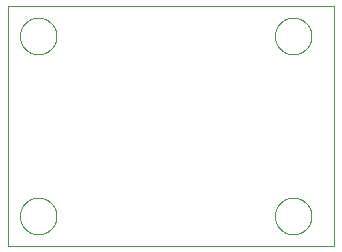
<source format=gbr>
G04 EAGLE Gerber RS-274X export*
G75*
%MOMM*%
%FSLAX34Y34*%
%LPD*%
%IN*%
%IPPOS*%
%AMOC8*
5,1,8,0,0,1.08239X$1,22.5*%
G01*
%ADD10C,0.000000*%


D10*
X0Y0D02*
X276100Y0D01*
X276100Y203100D01*
X0Y203100D01*
X0Y0D01*
X9900Y177800D02*
X9905Y178180D01*
X9919Y178561D01*
X9942Y178940D01*
X9975Y179319D01*
X10017Y179697D01*
X10068Y180074D01*
X10128Y180450D01*
X10198Y180824D01*
X10277Y181196D01*
X10365Y181566D01*
X10461Y181934D01*
X10567Y182299D01*
X10682Y182662D01*
X10806Y183022D01*
X10939Y183378D01*
X11080Y183732D01*
X11230Y184081D01*
X11388Y184427D01*
X11555Y184769D01*
X11730Y185107D01*
X11914Y185440D01*
X12105Y185769D01*
X12305Y186092D01*
X12512Y186411D01*
X12727Y186725D01*
X12950Y187033D01*
X13181Y187336D01*
X13418Y187633D01*
X13663Y187924D01*
X13915Y188209D01*
X14174Y188488D01*
X14440Y188760D01*
X14712Y189026D01*
X14991Y189285D01*
X15276Y189537D01*
X15567Y189782D01*
X15864Y190019D01*
X16167Y190250D01*
X16475Y190473D01*
X16789Y190688D01*
X17108Y190895D01*
X17431Y191095D01*
X17760Y191286D01*
X18093Y191470D01*
X18431Y191645D01*
X18773Y191812D01*
X19119Y191970D01*
X19468Y192120D01*
X19822Y192261D01*
X20178Y192394D01*
X20538Y192518D01*
X20901Y192633D01*
X21266Y192739D01*
X21634Y192835D01*
X22004Y192923D01*
X22376Y193002D01*
X22750Y193072D01*
X23126Y193132D01*
X23503Y193183D01*
X23881Y193225D01*
X24260Y193258D01*
X24639Y193281D01*
X25020Y193295D01*
X25400Y193300D01*
X25780Y193295D01*
X26161Y193281D01*
X26540Y193258D01*
X26919Y193225D01*
X27297Y193183D01*
X27674Y193132D01*
X28050Y193072D01*
X28424Y193002D01*
X28796Y192923D01*
X29166Y192835D01*
X29534Y192739D01*
X29899Y192633D01*
X30262Y192518D01*
X30622Y192394D01*
X30978Y192261D01*
X31332Y192120D01*
X31681Y191970D01*
X32027Y191812D01*
X32369Y191645D01*
X32707Y191470D01*
X33040Y191286D01*
X33369Y191095D01*
X33692Y190895D01*
X34011Y190688D01*
X34325Y190473D01*
X34633Y190250D01*
X34936Y190019D01*
X35233Y189782D01*
X35524Y189537D01*
X35809Y189285D01*
X36088Y189026D01*
X36360Y188760D01*
X36626Y188488D01*
X36885Y188209D01*
X37137Y187924D01*
X37382Y187633D01*
X37619Y187336D01*
X37850Y187033D01*
X38073Y186725D01*
X38288Y186411D01*
X38495Y186092D01*
X38695Y185769D01*
X38886Y185440D01*
X39070Y185107D01*
X39245Y184769D01*
X39412Y184427D01*
X39570Y184081D01*
X39720Y183732D01*
X39861Y183378D01*
X39994Y183022D01*
X40118Y182662D01*
X40233Y182299D01*
X40339Y181934D01*
X40435Y181566D01*
X40523Y181196D01*
X40602Y180824D01*
X40672Y180450D01*
X40732Y180074D01*
X40783Y179697D01*
X40825Y179319D01*
X40858Y178940D01*
X40881Y178561D01*
X40895Y178180D01*
X40900Y177800D01*
X40895Y177420D01*
X40881Y177039D01*
X40858Y176660D01*
X40825Y176281D01*
X40783Y175903D01*
X40732Y175526D01*
X40672Y175150D01*
X40602Y174776D01*
X40523Y174404D01*
X40435Y174034D01*
X40339Y173666D01*
X40233Y173301D01*
X40118Y172938D01*
X39994Y172578D01*
X39861Y172222D01*
X39720Y171868D01*
X39570Y171519D01*
X39412Y171173D01*
X39245Y170831D01*
X39070Y170493D01*
X38886Y170160D01*
X38695Y169831D01*
X38495Y169508D01*
X38288Y169189D01*
X38073Y168875D01*
X37850Y168567D01*
X37619Y168264D01*
X37382Y167967D01*
X37137Y167676D01*
X36885Y167391D01*
X36626Y167112D01*
X36360Y166840D01*
X36088Y166574D01*
X35809Y166315D01*
X35524Y166063D01*
X35233Y165818D01*
X34936Y165581D01*
X34633Y165350D01*
X34325Y165127D01*
X34011Y164912D01*
X33692Y164705D01*
X33369Y164505D01*
X33040Y164314D01*
X32707Y164130D01*
X32369Y163955D01*
X32027Y163788D01*
X31681Y163630D01*
X31332Y163480D01*
X30978Y163339D01*
X30622Y163206D01*
X30262Y163082D01*
X29899Y162967D01*
X29534Y162861D01*
X29166Y162765D01*
X28796Y162677D01*
X28424Y162598D01*
X28050Y162528D01*
X27674Y162468D01*
X27297Y162417D01*
X26919Y162375D01*
X26540Y162342D01*
X26161Y162319D01*
X25780Y162305D01*
X25400Y162300D01*
X25020Y162305D01*
X24639Y162319D01*
X24260Y162342D01*
X23881Y162375D01*
X23503Y162417D01*
X23126Y162468D01*
X22750Y162528D01*
X22376Y162598D01*
X22004Y162677D01*
X21634Y162765D01*
X21266Y162861D01*
X20901Y162967D01*
X20538Y163082D01*
X20178Y163206D01*
X19822Y163339D01*
X19468Y163480D01*
X19119Y163630D01*
X18773Y163788D01*
X18431Y163955D01*
X18093Y164130D01*
X17760Y164314D01*
X17431Y164505D01*
X17108Y164705D01*
X16789Y164912D01*
X16475Y165127D01*
X16167Y165350D01*
X15864Y165581D01*
X15567Y165818D01*
X15276Y166063D01*
X14991Y166315D01*
X14712Y166574D01*
X14440Y166840D01*
X14174Y167112D01*
X13915Y167391D01*
X13663Y167676D01*
X13418Y167967D01*
X13181Y168264D01*
X12950Y168567D01*
X12727Y168875D01*
X12512Y169189D01*
X12305Y169508D01*
X12105Y169831D01*
X11914Y170160D01*
X11730Y170493D01*
X11555Y170831D01*
X11388Y171173D01*
X11230Y171519D01*
X11080Y171868D01*
X10939Y172222D01*
X10806Y172578D01*
X10682Y172938D01*
X10567Y173301D01*
X10461Y173666D01*
X10365Y174034D01*
X10277Y174404D01*
X10198Y174776D01*
X10128Y175150D01*
X10068Y175526D01*
X10017Y175903D01*
X9975Y176281D01*
X9942Y176660D01*
X9919Y177039D01*
X9905Y177420D01*
X9900Y177800D01*
X9900Y25400D02*
X9905Y25780D01*
X9919Y26161D01*
X9942Y26540D01*
X9975Y26919D01*
X10017Y27297D01*
X10068Y27674D01*
X10128Y28050D01*
X10198Y28424D01*
X10277Y28796D01*
X10365Y29166D01*
X10461Y29534D01*
X10567Y29899D01*
X10682Y30262D01*
X10806Y30622D01*
X10939Y30978D01*
X11080Y31332D01*
X11230Y31681D01*
X11388Y32027D01*
X11555Y32369D01*
X11730Y32707D01*
X11914Y33040D01*
X12105Y33369D01*
X12305Y33692D01*
X12512Y34011D01*
X12727Y34325D01*
X12950Y34633D01*
X13181Y34936D01*
X13418Y35233D01*
X13663Y35524D01*
X13915Y35809D01*
X14174Y36088D01*
X14440Y36360D01*
X14712Y36626D01*
X14991Y36885D01*
X15276Y37137D01*
X15567Y37382D01*
X15864Y37619D01*
X16167Y37850D01*
X16475Y38073D01*
X16789Y38288D01*
X17108Y38495D01*
X17431Y38695D01*
X17760Y38886D01*
X18093Y39070D01*
X18431Y39245D01*
X18773Y39412D01*
X19119Y39570D01*
X19468Y39720D01*
X19822Y39861D01*
X20178Y39994D01*
X20538Y40118D01*
X20901Y40233D01*
X21266Y40339D01*
X21634Y40435D01*
X22004Y40523D01*
X22376Y40602D01*
X22750Y40672D01*
X23126Y40732D01*
X23503Y40783D01*
X23881Y40825D01*
X24260Y40858D01*
X24639Y40881D01*
X25020Y40895D01*
X25400Y40900D01*
X25780Y40895D01*
X26161Y40881D01*
X26540Y40858D01*
X26919Y40825D01*
X27297Y40783D01*
X27674Y40732D01*
X28050Y40672D01*
X28424Y40602D01*
X28796Y40523D01*
X29166Y40435D01*
X29534Y40339D01*
X29899Y40233D01*
X30262Y40118D01*
X30622Y39994D01*
X30978Y39861D01*
X31332Y39720D01*
X31681Y39570D01*
X32027Y39412D01*
X32369Y39245D01*
X32707Y39070D01*
X33040Y38886D01*
X33369Y38695D01*
X33692Y38495D01*
X34011Y38288D01*
X34325Y38073D01*
X34633Y37850D01*
X34936Y37619D01*
X35233Y37382D01*
X35524Y37137D01*
X35809Y36885D01*
X36088Y36626D01*
X36360Y36360D01*
X36626Y36088D01*
X36885Y35809D01*
X37137Y35524D01*
X37382Y35233D01*
X37619Y34936D01*
X37850Y34633D01*
X38073Y34325D01*
X38288Y34011D01*
X38495Y33692D01*
X38695Y33369D01*
X38886Y33040D01*
X39070Y32707D01*
X39245Y32369D01*
X39412Y32027D01*
X39570Y31681D01*
X39720Y31332D01*
X39861Y30978D01*
X39994Y30622D01*
X40118Y30262D01*
X40233Y29899D01*
X40339Y29534D01*
X40435Y29166D01*
X40523Y28796D01*
X40602Y28424D01*
X40672Y28050D01*
X40732Y27674D01*
X40783Y27297D01*
X40825Y26919D01*
X40858Y26540D01*
X40881Y26161D01*
X40895Y25780D01*
X40900Y25400D01*
X40895Y25020D01*
X40881Y24639D01*
X40858Y24260D01*
X40825Y23881D01*
X40783Y23503D01*
X40732Y23126D01*
X40672Y22750D01*
X40602Y22376D01*
X40523Y22004D01*
X40435Y21634D01*
X40339Y21266D01*
X40233Y20901D01*
X40118Y20538D01*
X39994Y20178D01*
X39861Y19822D01*
X39720Y19468D01*
X39570Y19119D01*
X39412Y18773D01*
X39245Y18431D01*
X39070Y18093D01*
X38886Y17760D01*
X38695Y17431D01*
X38495Y17108D01*
X38288Y16789D01*
X38073Y16475D01*
X37850Y16167D01*
X37619Y15864D01*
X37382Y15567D01*
X37137Y15276D01*
X36885Y14991D01*
X36626Y14712D01*
X36360Y14440D01*
X36088Y14174D01*
X35809Y13915D01*
X35524Y13663D01*
X35233Y13418D01*
X34936Y13181D01*
X34633Y12950D01*
X34325Y12727D01*
X34011Y12512D01*
X33692Y12305D01*
X33369Y12105D01*
X33040Y11914D01*
X32707Y11730D01*
X32369Y11555D01*
X32027Y11388D01*
X31681Y11230D01*
X31332Y11080D01*
X30978Y10939D01*
X30622Y10806D01*
X30262Y10682D01*
X29899Y10567D01*
X29534Y10461D01*
X29166Y10365D01*
X28796Y10277D01*
X28424Y10198D01*
X28050Y10128D01*
X27674Y10068D01*
X27297Y10017D01*
X26919Y9975D01*
X26540Y9942D01*
X26161Y9919D01*
X25780Y9905D01*
X25400Y9900D01*
X25020Y9905D01*
X24639Y9919D01*
X24260Y9942D01*
X23881Y9975D01*
X23503Y10017D01*
X23126Y10068D01*
X22750Y10128D01*
X22376Y10198D01*
X22004Y10277D01*
X21634Y10365D01*
X21266Y10461D01*
X20901Y10567D01*
X20538Y10682D01*
X20178Y10806D01*
X19822Y10939D01*
X19468Y11080D01*
X19119Y11230D01*
X18773Y11388D01*
X18431Y11555D01*
X18093Y11730D01*
X17760Y11914D01*
X17431Y12105D01*
X17108Y12305D01*
X16789Y12512D01*
X16475Y12727D01*
X16167Y12950D01*
X15864Y13181D01*
X15567Y13418D01*
X15276Y13663D01*
X14991Y13915D01*
X14712Y14174D01*
X14440Y14440D01*
X14174Y14712D01*
X13915Y14991D01*
X13663Y15276D01*
X13418Y15567D01*
X13181Y15864D01*
X12950Y16167D01*
X12727Y16475D01*
X12512Y16789D01*
X12305Y17108D01*
X12105Y17431D01*
X11914Y17760D01*
X11730Y18093D01*
X11555Y18431D01*
X11388Y18773D01*
X11230Y19119D01*
X11080Y19468D01*
X10939Y19822D01*
X10806Y20178D01*
X10682Y20538D01*
X10567Y20901D01*
X10461Y21266D01*
X10365Y21634D01*
X10277Y22004D01*
X10198Y22376D01*
X10128Y22750D01*
X10068Y23126D01*
X10017Y23503D01*
X9975Y23881D01*
X9942Y24260D01*
X9919Y24639D01*
X9905Y25020D01*
X9900Y25400D01*
X225800Y25400D02*
X225805Y25780D01*
X225819Y26161D01*
X225842Y26540D01*
X225875Y26919D01*
X225917Y27297D01*
X225968Y27674D01*
X226028Y28050D01*
X226098Y28424D01*
X226177Y28796D01*
X226265Y29166D01*
X226361Y29534D01*
X226467Y29899D01*
X226582Y30262D01*
X226706Y30622D01*
X226839Y30978D01*
X226980Y31332D01*
X227130Y31681D01*
X227288Y32027D01*
X227455Y32369D01*
X227630Y32707D01*
X227814Y33040D01*
X228005Y33369D01*
X228205Y33692D01*
X228412Y34011D01*
X228627Y34325D01*
X228850Y34633D01*
X229081Y34936D01*
X229318Y35233D01*
X229563Y35524D01*
X229815Y35809D01*
X230074Y36088D01*
X230340Y36360D01*
X230612Y36626D01*
X230891Y36885D01*
X231176Y37137D01*
X231467Y37382D01*
X231764Y37619D01*
X232067Y37850D01*
X232375Y38073D01*
X232689Y38288D01*
X233008Y38495D01*
X233331Y38695D01*
X233660Y38886D01*
X233993Y39070D01*
X234331Y39245D01*
X234673Y39412D01*
X235019Y39570D01*
X235368Y39720D01*
X235722Y39861D01*
X236078Y39994D01*
X236438Y40118D01*
X236801Y40233D01*
X237166Y40339D01*
X237534Y40435D01*
X237904Y40523D01*
X238276Y40602D01*
X238650Y40672D01*
X239026Y40732D01*
X239403Y40783D01*
X239781Y40825D01*
X240160Y40858D01*
X240539Y40881D01*
X240920Y40895D01*
X241300Y40900D01*
X241680Y40895D01*
X242061Y40881D01*
X242440Y40858D01*
X242819Y40825D01*
X243197Y40783D01*
X243574Y40732D01*
X243950Y40672D01*
X244324Y40602D01*
X244696Y40523D01*
X245066Y40435D01*
X245434Y40339D01*
X245799Y40233D01*
X246162Y40118D01*
X246522Y39994D01*
X246878Y39861D01*
X247232Y39720D01*
X247581Y39570D01*
X247927Y39412D01*
X248269Y39245D01*
X248607Y39070D01*
X248940Y38886D01*
X249269Y38695D01*
X249592Y38495D01*
X249911Y38288D01*
X250225Y38073D01*
X250533Y37850D01*
X250836Y37619D01*
X251133Y37382D01*
X251424Y37137D01*
X251709Y36885D01*
X251988Y36626D01*
X252260Y36360D01*
X252526Y36088D01*
X252785Y35809D01*
X253037Y35524D01*
X253282Y35233D01*
X253519Y34936D01*
X253750Y34633D01*
X253973Y34325D01*
X254188Y34011D01*
X254395Y33692D01*
X254595Y33369D01*
X254786Y33040D01*
X254970Y32707D01*
X255145Y32369D01*
X255312Y32027D01*
X255470Y31681D01*
X255620Y31332D01*
X255761Y30978D01*
X255894Y30622D01*
X256018Y30262D01*
X256133Y29899D01*
X256239Y29534D01*
X256335Y29166D01*
X256423Y28796D01*
X256502Y28424D01*
X256572Y28050D01*
X256632Y27674D01*
X256683Y27297D01*
X256725Y26919D01*
X256758Y26540D01*
X256781Y26161D01*
X256795Y25780D01*
X256800Y25400D01*
X256795Y25020D01*
X256781Y24639D01*
X256758Y24260D01*
X256725Y23881D01*
X256683Y23503D01*
X256632Y23126D01*
X256572Y22750D01*
X256502Y22376D01*
X256423Y22004D01*
X256335Y21634D01*
X256239Y21266D01*
X256133Y20901D01*
X256018Y20538D01*
X255894Y20178D01*
X255761Y19822D01*
X255620Y19468D01*
X255470Y19119D01*
X255312Y18773D01*
X255145Y18431D01*
X254970Y18093D01*
X254786Y17760D01*
X254595Y17431D01*
X254395Y17108D01*
X254188Y16789D01*
X253973Y16475D01*
X253750Y16167D01*
X253519Y15864D01*
X253282Y15567D01*
X253037Y15276D01*
X252785Y14991D01*
X252526Y14712D01*
X252260Y14440D01*
X251988Y14174D01*
X251709Y13915D01*
X251424Y13663D01*
X251133Y13418D01*
X250836Y13181D01*
X250533Y12950D01*
X250225Y12727D01*
X249911Y12512D01*
X249592Y12305D01*
X249269Y12105D01*
X248940Y11914D01*
X248607Y11730D01*
X248269Y11555D01*
X247927Y11388D01*
X247581Y11230D01*
X247232Y11080D01*
X246878Y10939D01*
X246522Y10806D01*
X246162Y10682D01*
X245799Y10567D01*
X245434Y10461D01*
X245066Y10365D01*
X244696Y10277D01*
X244324Y10198D01*
X243950Y10128D01*
X243574Y10068D01*
X243197Y10017D01*
X242819Y9975D01*
X242440Y9942D01*
X242061Y9919D01*
X241680Y9905D01*
X241300Y9900D01*
X240920Y9905D01*
X240539Y9919D01*
X240160Y9942D01*
X239781Y9975D01*
X239403Y10017D01*
X239026Y10068D01*
X238650Y10128D01*
X238276Y10198D01*
X237904Y10277D01*
X237534Y10365D01*
X237166Y10461D01*
X236801Y10567D01*
X236438Y10682D01*
X236078Y10806D01*
X235722Y10939D01*
X235368Y11080D01*
X235019Y11230D01*
X234673Y11388D01*
X234331Y11555D01*
X233993Y11730D01*
X233660Y11914D01*
X233331Y12105D01*
X233008Y12305D01*
X232689Y12512D01*
X232375Y12727D01*
X232067Y12950D01*
X231764Y13181D01*
X231467Y13418D01*
X231176Y13663D01*
X230891Y13915D01*
X230612Y14174D01*
X230340Y14440D01*
X230074Y14712D01*
X229815Y14991D01*
X229563Y15276D01*
X229318Y15567D01*
X229081Y15864D01*
X228850Y16167D01*
X228627Y16475D01*
X228412Y16789D01*
X228205Y17108D01*
X228005Y17431D01*
X227814Y17760D01*
X227630Y18093D01*
X227455Y18431D01*
X227288Y18773D01*
X227130Y19119D01*
X226980Y19468D01*
X226839Y19822D01*
X226706Y20178D01*
X226582Y20538D01*
X226467Y20901D01*
X226361Y21266D01*
X226265Y21634D01*
X226177Y22004D01*
X226098Y22376D01*
X226028Y22750D01*
X225968Y23126D01*
X225917Y23503D01*
X225875Y23881D01*
X225842Y24260D01*
X225819Y24639D01*
X225805Y25020D01*
X225800Y25400D01*
X225800Y177800D02*
X225805Y178180D01*
X225819Y178561D01*
X225842Y178940D01*
X225875Y179319D01*
X225917Y179697D01*
X225968Y180074D01*
X226028Y180450D01*
X226098Y180824D01*
X226177Y181196D01*
X226265Y181566D01*
X226361Y181934D01*
X226467Y182299D01*
X226582Y182662D01*
X226706Y183022D01*
X226839Y183378D01*
X226980Y183732D01*
X227130Y184081D01*
X227288Y184427D01*
X227455Y184769D01*
X227630Y185107D01*
X227814Y185440D01*
X228005Y185769D01*
X228205Y186092D01*
X228412Y186411D01*
X228627Y186725D01*
X228850Y187033D01*
X229081Y187336D01*
X229318Y187633D01*
X229563Y187924D01*
X229815Y188209D01*
X230074Y188488D01*
X230340Y188760D01*
X230612Y189026D01*
X230891Y189285D01*
X231176Y189537D01*
X231467Y189782D01*
X231764Y190019D01*
X232067Y190250D01*
X232375Y190473D01*
X232689Y190688D01*
X233008Y190895D01*
X233331Y191095D01*
X233660Y191286D01*
X233993Y191470D01*
X234331Y191645D01*
X234673Y191812D01*
X235019Y191970D01*
X235368Y192120D01*
X235722Y192261D01*
X236078Y192394D01*
X236438Y192518D01*
X236801Y192633D01*
X237166Y192739D01*
X237534Y192835D01*
X237904Y192923D01*
X238276Y193002D01*
X238650Y193072D01*
X239026Y193132D01*
X239403Y193183D01*
X239781Y193225D01*
X240160Y193258D01*
X240539Y193281D01*
X240920Y193295D01*
X241300Y193300D01*
X241680Y193295D01*
X242061Y193281D01*
X242440Y193258D01*
X242819Y193225D01*
X243197Y193183D01*
X243574Y193132D01*
X243950Y193072D01*
X244324Y193002D01*
X244696Y192923D01*
X245066Y192835D01*
X245434Y192739D01*
X245799Y192633D01*
X246162Y192518D01*
X246522Y192394D01*
X246878Y192261D01*
X247232Y192120D01*
X247581Y191970D01*
X247927Y191812D01*
X248269Y191645D01*
X248607Y191470D01*
X248940Y191286D01*
X249269Y191095D01*
X249592Y190895D01*
X249911Y190688D01*
X250225Y190473D01*
X250533Y190250D01*
X250836Y190019D01*
X251133Y189782D01*
X251424Y189537D01*
X251709Y189285D01*
X251988Y189026D01*
X252260Y188760D01*
X252526Y188488D01*
X252785Y188209D01*
X253037Y187924D01*
X253282Y187633D01*
X253519Y187336D01*
X253750Y187033D01*
X253973Y186725D01*
X254188Y186411D01*
X254395Y186092D01*
X254595Y185769D01*
X254786Y185440D01*
X254970Y185107D01*
X255145Y184769D01*
X255312Y184427D01*
X255470Y184081D01*
X255620Y183732D01*
X255761Y183378D01*
X255894Y183022D01*
X256018Y182662D01*
X256133Y182299D01*
X256239Y181934D01*
X256335Y181566D01*
X256423Y181196D01*
X256502Y180824D01*
X256572Y180450D01*
X256632Y180074D01*
X256683Y179697D01*
X256725Y179319D01*
X256758Y178940D01*
X256781Y178561D01*
X256795Y178180D01*
X256800Y177800D01*
X256795Y177420D01*
X256781Y177039D01*
X256758Y176660D01*
X256725Y176281D01*
X256683Y175903D01*
X256632Y175526D01*
X256572Y175150D01*
X256502Y174776D01*
X256423Y174404D01*
X256335Y174034D01*
X256239Y173666D01*
X256133Y173301D01*
X256018Y172938D01*
X255894Y172578D01*
X255761Y172222D01*
X255620Y171868D01*
X255470Y171519D01*
X255312Y171173D01*
X255145Y170831D01*
X254970Y170493D01*
X254786Y170160D01*
X254595Y169831D01*
X254395Y169508D01*
X254188Y169189D01*
X253973Y168875D01*
X253750Y168567D01*
X253519Y168264D01*
X253282Y167967D01*
X253037Y167676D01*
X252785Y167391D01*
X252526Y167112D01*
X252260Y166840D01*
X251988Y166574D01*
X251709Y166315D01*
X251424Y166063D01*
X251133Y165818D01*
X250836Y165581D01*
X250533Y165350D01*
X250225Y165127D01*
X249911Y164912D01*
X249592Y164705D01*
X249269Y164505D01*
X248940Y164314D01*
X248607Y164130D01*
X248269Y163955D01*
X247927Y163788D01*
X247581Y163630D01*
X247232Y163480D01*
X246878Y163339D01*
X246522Y163206D01*
X246162Y163082D01*
X245799Y162967D01*
X245434Y162861D01*
X245066Y162765D01*
X244696Y162677D01*
X244324Y162598D01*
X243950Y162528D01*
X243574Y162468D01*
X243197Y162417D01*
X242819Y162375D01*
X242440Y162342D01*
X242061Y162319D01*
X241680Y162305D01*
X241300Y162300D01*
X240920Y162305D01*
X240539Y162319D01*
X240160Y162342D01*
X239781Y162375D01*
X239403Y162417D01*
X239026Y162468D01*
X238650Y162528D01*
X238276Y162598D01*
X237904Y162677D01*
X237534Y162765D01*
X237166Y162861D01*
X236801Y162967D01*
X236438Y163082D01*
X236078Y163206D01*
X235722Y163339D01*
X235368Y163480D01*
X235019Y163630D01*
X234673Y163788D01*
X234331Y163955D01*
X233993Y164130D01*
X233660Y164314D01*
X233331Y164505D01*
X233008Y164705D01*
X232689Y164912D01*
X232375Y165127D01*
X232067Y165350D01*
X231764Y165581D01*
X231467Y165818D01*
X231176Y166063D01*
X230891Y166315D01*
X230612Y166574D01*
X230340Y166840D01*
X230074Y167112D01*
X229815Y167391D01*
X229563Y167676D01*
X229318Y167967D01*
X229081Y168264D01*
X228850Y168567D01*
X228627Y168875D01*
X228412Y169189D01*
X228205Y169508D01*
X228005Y169831D01*
X227814Y170160D01*
X227630Y170493D01*
X227455Y170831D01*
X227288Y171173D01*
X227130Y171519D01*
X226980Y171868D01*
X226839Y172222D01*
X226706Y172578D01*
X226582Y172938D01*
X226467Y173301D01*
X226361Y173666D01*
X226265Y174034D01*
X226177Y174404D01*
X226098Y174776D01*
X226028Y175150D01*
X225968Y175526D01*
X225917Y175903D01*
X225875Y176281D01*
X225842Y176660D01*
X225819Y177039D01*
X225805Y177420D01*
X225800Y177800D01*
M02*

</source>
